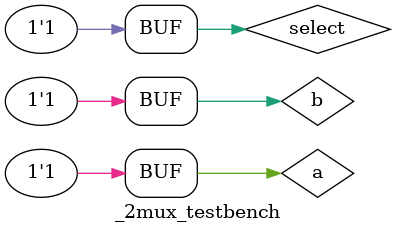
<source format=v>
`define DELAY 20
module _2mux_testbench(); 
reg a, b, select;
wire out;

_2mux mymux (out, a, b, select);

initial begin
a = 1'b0; b = 1'b0; select = 1'b0;
#`DELAY;
a = 1'b0; b = 1'b0; select = 1'b1;
#`DELAY;
a = 1'b0; b = 1'b1; select= 1'b0;
#`DELAY;
a = 1'b0; b = 1'b1; select = 1'b1;
#`DELAY;
a = 1'b1; b = 1'b0; select = 1'b0;
#`DELAY;
a = 1'b1; b = 1'b0; select = 1'b1;
#`DELAY;
a = 1'b1; b = 1'b1; select = 1'b0;
#`DELAY;
a = 1'b1; b = 1'b1; select = 1'b1;
end
 
 
initial
begin
$monitor("time = %2d, a =%1b, b=%1b,  out=%1b, select=%1b", $time, a, b, out,  select);
end
 
endmodule
</source>
